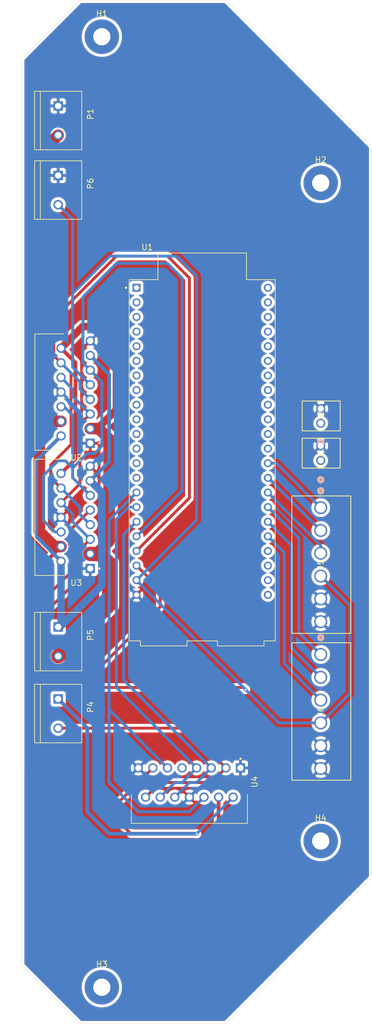
<source format=kicad_pcb>
(kicad_pcb (version 20241229) (generator "pcbnew") (generator_version "9.0")
  (layers (0 "F.Cu" signal) (2 "B.Cu" signal) (13 "F.Paste" user) (15 "B.Paste" user) (5 "F.SilkS" user "F.Silkscreen") (7 "B.SilkS" user "B.Silkscreen") (1 "F.Mask" user) (3 "B.Mask" user) (25 "Edge.Cuts" user))
  (net 0 "")
  (net 1 "Net-(U1-GPIO37)")
  (net 6 "Net-(U1-GPIO38)")
  (net 8 "Net-(U1-GPIO34)")
  (net 9 "Net-(U1-GPIO36)")
  (net 13 "Net-(U1-GPIO35)")
  (net 14 "+5V")
  (net 18 "Net-(U1-GPIO26)")
  (net 26 "Net-(U1-GPIO33)")
  (net 37 "Net-(U1-GPIO18)")
  (net 38 "Net-(U1-GPIO15)")
  (net 39 "Net-(U1-GPIO16)")
  (net 40 "Net-(U1-GPIO17)")
  (net 41 "Net-(U1-GPIO14)")
  (net 42 "Net-(U1-GPIO13)")
  (net 43 "<NO NET>")
  (net 44 "Net-(U1-GPIO21)")
  (net 45 "+12V")
  (net 46 "Net-(U2-OUT1)")
  (net 47 "Net-(U2-OUT2)")
  (net 48 "Net-(U4-OUT1)")
  (net 49 "Net-(U4-OUT2)")
  (footprint "Molex 6 pin - 26604060:CONN_SDA-41791_M450_06_MOL" (layer "F.Cu") (at 76.2 107.200002 90)
    (property "Reference" "J5" (at -9.9 0 90) (layer "F.SilkS"))
    (property "Value" "Encoder1")
    (fp_line (start 2.038 -5.027001) (end -21.838 -5.027001) (stroke (width 0.1524)) (layer "F.SilkS"))
    (fp_line (start -21.838 -5.027001) (end -21.838 5.234599) (stroke (width 0.1524)) (layer "F.SilkS"))
    (fp_line (start 2.038 5.234599) (end 2.038 -5.027001) (stroke (width 0.1524)) (layer "F.SilkS"))
    (fp_line (start -21.838 5.234599) (end 2.038 5.234599) (stroke (width 0.1524)) (layer "F.SilkS"))
    (fp_circle (center 2.927 0) (end 3.308 0) (stroke (width 0.508)) (fill no) (layer "F.SilkS"))
    (fp_circle (center 2.927 0) (end 3.308 0) (stroke (width 0.508)) (fill no) (layer "B.SilkS"))
    (pad "1" thru_hole circle (at 0 0 90) (size 2.2606 2.2606) (drill 1.7526) (layers "*.Cu" "*.Mask") (net 9 "Net-(U1-GPIO36)"))
    (pad "2" thru_hole circle (at -3.96 0 90) (size 2.2606 2.2606) (drill 1.7526) (layers "*.Cu" "*.Mask") (net 13 "Net-(U1-GPIO35)"))
    (pad "3" thru_hole circle (at -7.919999 0 90) (size 2.2606 2.2606) (drill 1.7526) (layers "*.Cu" "*.Mask") (net 8 "Net-(U1-GPIO34)"))
    (pad "4" thru_hole circle (at -11.879999 0 90) (size 2.2606 2.2606) (drill 1.7526) (layers "*.Cu" "*.Mask") (net 14 "+5V"))
    (pad "5" thru_hole circle (at -15.839999 0 90) (size 2.2606 2.2606) (drill 1.7526) (layers "*.Cu" "*.Mask") (net 43 "<NO NET>"))
    (pad "6" thru_hole circle (at -19.799998 0 90) (size 2.2606 2.2606) (drill 1.7526) (layers "*.Cu" "*.Mask") (net 43 "<NO NET>"))
  )
  (footprint "L298N:TO127P2020X500X2100-15" (layer "F.Cu") (at 36.08 96.01 180)
    (property "Reference" "U2" (at 2.425 -2.495 0) (layer "F.SilkS"))
    (property "Value" "L298N")
    (fp_line (start 9.63 18.99) (end 9.63 -1.21) (stroke (width 0.127)) (layer "F.SilkS"))
    (fp_line (start 9.63 -1.21) (end 4.63 -1.21) (stroke (width 0.127)) (layer "F.SilkS"))
    (fp_line (start 4.63 18.99) (end 9.63 18.99) (stroke (width 0.127)) (layer "F.SilkS"))
    (fp_circle (center -1.59 0) (end -1.49 0) (stroke (width 0.2)) (fill no) (layer "F.SilkS"))
    (pad "1" thru_hole rect (at 0 0 180) (size 1.62 1.62) (drill 1.08) (layers "*.Cu" "*.Mask") (net 43 "<NO NET>"))
    (pad "2" thru_hole circle (at 5.08 1.27 180) (size 1.62 1.62) (drill 1.08) (layers "*.Cu" "*.Mask") (net 46 "Net-(U2-OUT1)"))
    (pad "3" thru_hole circle (at 0 2.54 180) (size 1.62 1.62) (drill 1.08) (layers "*.Cu" "*.Mask") (net 47 "Net-(U2-OUT2)"))
    (pad "4" thru_hole circle (at 5.08 3.81 180) (size 1.62 1.62) (drill 1.08) (layers "*.Cu" "*.Mask") (net 45 "+12V"))
    (pad "5" thru_hole circle (at 0 5.08 180) (size 1.62 1.62) (drill 1.08) (layers "*.Cu" "*.Mask") (net 37 "Net-(U1-GPIO18)"))
    (pad "6" thru_hole circle (at 5.08 6.35 180) (size 1.62 1.62) (drill 1.08) (layers "*.Cu" "*.Mask") (net 39 "Net-(U1-GPIO16)"))
    (pad "7" thru_hole circle (at 0 7.62 180) (size 1.62 1.62) (drill 1.08) (layers "*.Cu" "*.Mask") (net 40 "Net-(U1-GPIO17)"))
    (pad "8" thru_hole circle (at 5.08 8.89 180) (size 1.62 1.62) (drill 1.08) (layers "*.Cu" "*.Mask") (net 43 "<NO NET>"))
    (pad "9" thru_hole circle (at 0 10.16 180) (size 1.62 1.62) (drill 1.08) (layers "*.Cu" "*.Mask") (net 14 "+5V"))
    (pad "10" thru_hole circle (at 5.08 11.43 180) (size 1.62 1.62) (drill 1.08) (layers "*.Cu" "*.Mask") (net 37 "Net-(U1-GPIO18)"))
    (pad "11" thru_hole circle (at 0 12.7 180) (size 1.62 1.62) (drill 1.08) (layers "*.Cu" "*.Mask") (net 39 "Net-(U1-GPIO16)"))
    (pad "12" thru_hole circle (at 5.08 13.97 180) (size 1.62 1.62) (drill 1.08) (layers "*.Cu" "*.Mask") (net 40 "Net-(U1-GPIO17)"))
    (pad "13" thru_hole circle (at 0 15.24 180) (size 1.62 1.62) (drill 1.08) (layers "*.Cu" "*.Mask") (net 46 "Net-(U2-OUT1)"))
    (pad "14" thru_hole circle (at 5.08 16.51 180) (size 1.62 1.62) (drill 1.08) (layers "*.Cu" "*.Mask") (net 47 "Net-(U2-OUT2)"))
    (pad "15" thru_hole circle (at 0 17.78 180) (size 1.62 1.62) (drill 1.08) (layers "*.Cu" "*.Mask") (net 43 "<NO NET>"))
  )
  (footprint "Molex 6 pin - 26604060:CONN_SDA-41791_M450_06_MOL" (layer "F.Cu") (at 76.2 132.700002 90)
    (property "Reference" "J6" (at -9.9 0 90) (layer "F.SilkS"))
    (property "Value" "Encoder2")
    (fp_line (start 2.038 -5.027001) (end -21.838 -5.027001) (stroke (width 0.1524)) (layer "F.SilkS"))
    (fp_line (start -21.838 -5.027001) (end -21.838 5.234599) (stroke (width 0.1524)) (layer "F.SilkS"))
    (fp_line (start 2.038 5.234599) (end 2.038 -5.027001) (stroke (width 0.1524)) (layer "F.SilkS"))
    (fp_line (start -21.838 5.234599) (end 2.038 5.234599) (stroke (width 0.1524)) (layer "F.SilkS"))
    (fp_circle (center 2.927 0) (end 3.308 0) (stroke (width 0.508)) (fill no) (layer "F.SilkS"))
    (fp_circle (center 2.927 0) (end 3.308 0) (stroke (width 0.508)) (fill no) (layer "B.SilkS"))
    (pad "1" thru_hole circle (at 0 0 90) (size 2.2606 2.2606) (drill 1.7526) (layers "*.Cu" "*.Mask") (net 26 "Net-(U1-GPIO33)"))
    (pad "2" thru_hole circle (at -3.96 0 90) (size 2.2606 2.2606) (drill 1.7526) (layers "*.Cu" "*.Mask") (net 18 "Net-(U1-GPIO26)"))
    (pad "3" thru_hole circle (at -7.919999 0 90) (size 2.2606 2.2606) (drill 1.7526) (layers "*.Cu" "*.Mask") (net 44 "Net-(U1-GPIO21)"))
    (pad "4" thru_hole circle (at -11.879999 0 90) (size 2.2606 2.2606) (drill 1.7526) (layers "*.Cu" "*.Mask") (net 14 "+5V"))
    (pad "5" thru_hole circle (at -15.839999 0 90) (size 2.2606 2.2606) (drill 1.7526) (layers "*.Cu" "*.Mask") (net 43 "<NO NET>"))
    (pad "6" thru_hole circle (at -19.799998 0 90) (size 2.2606 2.2606) (drill 1.7526) (layers "*.Cu" "*.Mask") (net 43 "<NO NET>"))
  )
  (footprint "MountingHole:MountingHole_3mm_Pad" (layer "F.Cu") (at 38.1 190.5)
    (property "Reference" "H3" (at 0 -4 0) (layer "F.SilkS"))
    (property "Value" "MountingHole")
    (pad "1" thru_hole circle (at 0 0) (size 6 6) (drill 3) (layers "*.Cu" "*.Mask"))
  )
  (footprint "screw terminal 282837_2:TE_282837-2" (layer "F.Cu") (at 30.5 39.96 -90)
    (property "Reference" "P1" (at -1.127255 -5.614945 90) (layer "F.SilkS") (effects (font (size 1.002039 1.002039))))
    (property "Value" "Volt supply")
    (fp_line (start -5.08 4.1) (end -5.08 3.1) (stroke (width 0.127)) (layer "F.SilkS"))
    (fp_line (start 5.08 4.1) (end -5.08 4.1) (stroke (width 0.127)) (layer "F.SilkS"))
    (fp_line (start -5.08 3.1) (end 5.08 3.1) (stroke (width 0.127)) (layer "F.SilkS"))
    (fp_line (start -5.08 3.1) (end -5.08 -4.1) (stroke (width 0.127)) (layer "F.SilkS"))
    (fp_line (start 5.08 3.1) (end 5.08 4.1) (stroke (width 0.127)) (layer "F.SilkS"))
    (fp_line (start -5.08 -4.1) (end 5.08 -4.1) (stroke (width 0.127)) (layer "F.SilkS"))
    (fp_line (start 5.08 -4.1) (end 5.08 3.1) (stroke (width 0.127)) (layer "F.SilkS"))
    (pad "1" thru_hole rect (at -2.54 0 270) (size 1.65 1.65) (drill 1.1) (layers "*.Cu" "*.Mask") (net 43 "<NO NET>"))
    (pad "2" thru_hole circle (at 2.54 0 270) (size 1.65 1.65) (drill 1.1) (layers "*.Cu" "*.Mask") (net 45 "+12V"))
  )
  (footprint "screw terminal 282837_2:TE_282837-2" (layer "F.Cu") (at 30.5 130.46 -90)
    (property "Reference" "P5" (at -1.127255 -5.614945 90) (layer "F.SilkS") (effects (font (size 1.002039 1.002039))))
    (property "Value" "Motor out1")
    (fp_line (start -5.08 4.1) (end -5.08 3.1) (stroke (width 0.127)) (layer "F.SilkS"))
    (fp_line (start 5.08 4.1) (end -5.08 4.1) (stroke (width 0.127)) (layer "F.SilkS"))
    (fp_line (start -5.08 3.1) (end 5.08 3.1) (stroke (width 0.127)) (layer "F.SilkS"))
    (fp_line (start -5.08 3.1) (end -5.08 -4.1) (stroke (width 0.127)) (layer "F.SilkS"))
    (fp_line (start 5.08 3.1) (end 5.08 4.1) (stroke (width 0.127)) (layer "F.SilkS"))
    (fp_line (start -5.08 -4.1) (end 5.08 -4.1) (stroke (width 0.127)) (layer "F.SilkS"))
    (fp_line (start 5.08 -4.1) (end 5.08 3.1) (stroke (width 0.127)) (layer "F.SilkS"))
    (pad "1" thru_hole rect (at -2.54 0 270) (size 1.65 1.65) (drill 1.1) (layers "*.Cu" "*.Mask") (net 46 "Net-(U2-OUT1)"))
    (pad "2" thru_hole circle (at 2.54 0 270) (size 1.65 1.65) (drill 1.1) (layers "*.Cu" "*.Mask") (net 47 "Net-(U2-OUT2)"))
  )
  (footprint "L298N:TO127P2020X500X2100-15" (layer "F.Cu") (at 36.08 117.77 180)
    (property "Reference" "U3" (at 2.425 -2.495 0) (layer "F.SilkS"))
    (property "Value" "L298N")
    (fp_line (start 9.63 18.99) (end 9.63 -1.21) (stroke (width 0.127)) (layer "F.SilkS"))
    (fp_line (start 9.63 -1.21) (end 4.63 -1.21) (stroke (width 0.127)) (layer "F.SilkS"))
    (fp_line (start 4.63 18.99) (end 9.63 18.99) (stroke (width 0.127)) (layer "F.SilkS"))
    (fp_circle (center -1.59 0) (end -1.49 0) (stroke (width 0.2)) (fill no) (layer "F.SilkS"))
    (pad "1" thru_hole rect (at 0 0 180) (size 1.62 1.62) (drill 1.08) (layers "*.Cu" "*.Mask") (net 43 "<NO NET>"))
    (pad "2" thru_hole circle (at 5.08 1.27 180) (size 1.62 1.62) (drill 1.08) (layers "*.Cu" "*.Mask") (net 46 "Net-(U2-OUT1)"))
    (pad "3" thru_hole circle (at 0 2.54 180) (size 1.62 1.62) (drill 1.08) (layers "*.Cu" "*.Mask") (net 47 "Net-(U2-OUT2)"))
    (pad "4" thru_hole circle (at 5.08 3.81 180) (size 1.62 1.62) (drill 1.08) (layers "*.Cu" "*.Mask") (net 45 "+12V"))
    (pad "5" thru_hole circle (at 0 5.08 180) (size 1.62 1.62) (drill 1.08) (layers "*.Cu" "*.Mask") (net 37 "Net-(U1-GPIO18)"))
    (pad "6" thru_hole circle (at 5.08 6.35 180) (size 1.62 1.62) (drill 1.08) (layers "*.Cu" "*.Mask") (net 39 "Net-(U1-GPIO16)"))
    (pad "7" thru_hole circle (at 0 7.62 180) (size 1.62 1.62) (drill 1.08) (layers "*.Cu" "*.Mask") (net 40 "Net-(U1-GPIO17)"))
    (pad "8" thru_hole circle (at 5.08 8.89 180) (size 1.62 1.62) (drill 1.08) (layers "*.Cu" "*.Mask") (net 43 "<NO NET>"))
    (pad "9" thru_hole circle (at 0 10.16 180) (size 1.62 1.62) (drill 1.08) (layers "*.Cu" "*.Mask") (net 14 "+5V"))
    (pad "10" thru_hole circle (at 5.08 11.43 180) (size 1.62 1.62) (drill 1.08) (layers "*.Cu" "*.Mask") (net 37 "Net-(U1-GPIO18)"))
    (pad "11" thru_hole circle (at 0 12.7 180) (size 1.62 1.62) (drill 1.08) (layers "*.Cu" "*.Mask") (net 39 "Net-(U1-GPIO16)"))
    (pad "12" thru_hole circle (at 5.08 13.97 180) (size 1.62 1.62) (drill 1.08) (layers "*.Cu" "*.Mask") (net 40 "Net-(U1-GPIO17)"))
    (pad "13" thru_hole circle (at 0 15.24 180) (size 1.62 1.62) (drill 1.08) (layers "*.Cu" "*.Mask") (net 46 "Net-(U2-OUT1)"))
    (pad "14" thru_hole circle (at 5.08 16.51 180) (size 1.62 1.62) (drill 1.08) (layers "*.Cu" "*.Mask") (net 47 "Net-(U2-OUT2)"))
    (pad "15" thru_hole circle (at 0 17.78 180) (size 1.62 1.62) (drill 1.08) (layers "*.Cu" "*.Mask") (net 43 "<NO NET>"))
  )
  (footprint "ESP32_S3_DEVKITM_1_N8:MODULE_ESP32-S3-DEVKITM-1-N8" (layer "F.Cu") (at 55.57 98.97)
    (property "Reference" "U1" (at -9.575 -37.015 0) (layer "F.SilkS"))
    (property "Value" "ESP32-S3-DEVKITM-1-N8")
    (fp_line (start -12.7 -31.37) (end -7.7 -31.37) (stroke (width 0.127)) (layer "F.SilkS"))
    (fp_line (start -12.7 31.37) (end -12.7 -31.37) (stroke (width 0.127)) (layer "F.SilkS"))
    (fp_line (start -10.75 31.37) (end -12.7 31.37) (stroke (width 0.127)) (layer "F.SilkS"))
    (fp_line (start -10.75 31.37) (end -10.75 32.24) (stroke (width 0.127)) (layer "F.SilkS"))
    (fp_line (start -10.75 32.24) (end -2.65 32.24) (stroke (width 0.127)) (layer "F.SilkS"))
    (fp_line (start -7.7 -36.003) (end 7.7 -36.003) (stroke (width 0.127)) (layer "F.SilkS"))
    (fp_line (start -7.7 -31.37) (end -7.7 -36.003) (stroke (width 0.127)) (layer "F.SilkS"))
    (fp_line (start -2.65 32.24) (end -2.65 31.37) (stroke (width 0.127)) (layer "F.SilkS"))
    (fp_line (start 2.65 31.37) (end -2.65 31.37) (stroke (width 0.127)) (layer "F.SilkS"))
    (fp_line (start 2.65 31.37) (end 2.65 32.24) (stroke (width 0.127)) (layer "F.SilkS"))
    (fp_line (start 2.65 32.24) (end 10.75 32.24) (stroke (width 0.127)) (layer "F.SilkS"))
    (fp_line (start 7.7 -36.003) (end 7.7 -31.37) (stroke (width 0.127)) (layer "F.SilkS"))
    (fp_line (start 7.7 -31.37) (end 12.7 -31.37) (stroke (width 0.127)) (layer "F.SilkS"))
    (fp_line (start 10.75 32.24) (end 10.75 31.37) (stroke (width 0.127)) (layer "F.SilkS"))
    (fp_line (start 12.7 -31.37) (end 12.7 31.37) (stroke (width 0.127)) (layer "F.SilkS"))
    (fp_line (start 12.7 31.37) (end 10.75 31.37) (stroke (width 0.127)) (layer "F.SilkS"))
    (fp_circle (center -13.25 -29.97) (end -13.15 -29.97) (stroke (width 0.2)) (fill no) (layer "F.SilkS"))
    (pad "J1_1" thru_hole rect (at -11.43 -29.97) (size 1.397 1.397) (drill 0.889) (layers "*.Cu" "*.Mask"))
    (pad "J1_2" thru_hole circle (at -11.43 -27.43) (size 1.397 1.397) (drill 0.889) (layers "*.Cu" "*.Mask"))
    (pad "J1_3" thru_hole circle (at -11.43 -24.89) (size 1.397 1.397) (drill 0.889) (layers "*.Cu" "*.Mask"))
    (pad "J1_4" thru_hole circle (at -11.43 -22.35) (size 1.397 1.397) (drill 0.889) (layers "*.Cu" "*.Mask"))
    (pad "J1_5" thru_hole circle (at -11.43 -19.81) (size 1.397 1.397) (drill 0.889) (layers "*.Cu" "*.Mask"))
    (pad "J1_6" thru_hole circle (at -11.43 -17.27) (size 1.397 1.397) (drill 0.889) (layers "*.Cu" "*.Mask"))
    (pad "J1_7" thru_hole circle (at -11.43 -14.73) (size 1.397 1.397) (drill 0.889) (layers "*.Cu" "*.Mask"))
    (pad "J1_8" thru_hole circle (at -11.43 -12.19) (size 1.397 1.397) (drill 0.889) (layers "*.Cu" "*.Mask"))
    (pad "J1_9" thru_hole circle (at -11.43 -9.65) (size 1.397 1.397) (drill 0.889) (layers "*.Cu" "*.Mask"))
    (pad "J1_10" thru_hole circle (at -11.43 -7.11) (size 1.397 1.397) (drill 0.889) (layers "*.Cu" "*.Mask"))
    (pad "J1_11" thru_hole circle (at -11.43 -4.57) (size 1.397 1.397) (drill 0.889) (layers "*.Cu" "*.Mask"))
    (pad "J1_12" thru_hole circle (at -11.43 -2.03) (size 1.397 1.397) (drill 0.889) (layers "*.Cu" "*.Mask"))
    (pad "J1_13" thru_hole circle (at -11.43 0.51) (size 1.397 1.397) (drill 0.889) (layers "*.Cu" "*.Mask"))
    (pad "J1_14" thru_hole circle (at -11.43 3.05) (size 1.397 1.397) (drill 0.889) (layers "*.Cu" "*.Mask"))
    (pad "J1_15" thru_hole circle (at -11.43 5.59) (size 1.397 1.397) (drill 0.889) (layers "*.Cu" "*.Mask") (net 42 "Net-(U1-GPIO13)"))
    (pad "J1_16" thru_hole circle (at -11.43 8.13) (size 1.397 1.397) (drill 0.889) (layers "*.Cu" "*.Mask") (net 41 "Net-(U1-GPIO14)"))
    (pad "J1_17" thru_hole circle (at -11.43 10.67) (size 1.397 1.397) (drill 0.889) (layers "*.Cu" "*.Mask") (net 38 "Net-(U1-GPIO15)"))
    (pad "J1_18" thru_hole circle (at -11.43 13.21) (size 1.397 1.397) (drill 0.889) (layers "*.Cu" "*.Mask") (net 39 "Net-(U1-GPIO16)"))
    (pad "J1_19" thru_hole circle (at -11.43 15.75) (size 1.397 1.397) (drill 0.889) (layers "*.Cu" "*.Mask") (net 40 "Net-(U1-GPIO17)"))
    (pad "J1_20" thru_hole circle (at -11.43 18.29) (size 1.397 1.397) (drill 0.889) (layers "*.Cu" "*.Mask") (net 37 "Net-(U1-GPIO18)"))
    (pad "J1_21" thru_hole circle (at -11.43 20.83) (size 1.397 1.397) (drill 0.889) (layers "*.Cu" "*.Mask") (net 14 "+5V"))
    (pad "J1_22" thru_hole circle (at -11.43 23.37) (size 1.397 1.397) (drill 0.889) (layers "*.Cu" "*.Mask") (net 43 "<NO NET>"))
    (pad "J3_1" thru_hole circle (at 11.43 -29.97) (size 1.397 1.397) (drill 0.889) (layers "*.Cu" "*.Mask"))
    (pad "J3_2" thru_hole circle (at 11.43 -27.43) (size 1.397 1.397) (drill 0.889) (layers "*.Cu" "*.Mask"))
    (pad "J3_3" thru_hole circle (at 11.43 -24.89) (size 1.397 1.397) (drill 0.889) (layers "*.Cu" "*.Mask"))
    (pad "J3_4" thru_hole circle (at 11.43 -22.35) (size 1.397 1.397) (drill 0.889) (layers "*.Cu" "*.Mask"))
    (pad "J3_5" thru_hole circle (at 11.43 -19.81) (size 1.397 1.397) (drill 0.889) (layers "*.Cu" "*.Mask"))
    (pad "J3_6" thru_hole circle (at 11.43 -17.27) (size 1.397 1.397) (drill 0.889) (layers "*.Cu" "*.Mask"))
    (pad "J3_7" thru_hole circle (at 11.43 -14.73) (size 1.397 1.397) (drill 0.889) (layers "*.Cu" "*.Mask"))
    (pad "J3_8" thru_hole circle (at 11.43 -12.19) (size 1.397 1.397) (drill 0.889) (layers "*.Cu" "*.Mask"))
    (pad "J3_9" thru_hole circle (at 11.43 -9.65) (size 1.397 1.397) (drill 0.889) (layers "*.Cu" "*.Mask"))
    (pad "J3_10" thru_hole circle (at 11.43 -7.11) (size 1.397 1.397) (drill 0.889) (layers "*.Cu" "*.Mask"))
    (pad "J3_11" thru_hole circle (at 11.43 -4.57) (size 1.397 1.397) (drill 0.889) (layers "*.Cu" "*.Mask") (net 6 "Net-(U1-GPIO38)"))
    (pad "J3_12" thru_hole circle (at 11.43 -2.03) (size 1.397 1.397) (drill 0.889) (layers "*.Cu" "*.Mask") (net 1 "Net-(U1-GPIO37)"))
    (pad "J3_13" thru_hole circle (at 11.43 0.51) (size 1.397 1.397) (drill 0.889) (layers "*.Cu" "*.Mask") (net 9 "Net-(U1-GPIO36)"))
    (pad "J3_14" thru_hole circle (at 11.43 3.05) (size 1.397 1.397) (drill 0.889) (layers "*.Cu" "*.Mask") (net 13 "Net-(U1-GPIO35)"))
    (pad "J3_15" thru_hole circle (at 11.43 5.59) (size 1.397 1.397) (drill 0.889) (layers "*.Cu" "*.Mask") (net 8 "Net-(U1-GPIO34)"))
    (pad "J3_16" thru_hole circle (at 11.43 8.13) (size 1.397 1.397) (drill 0.889) (layers "*.Cu" "*.Mask") (net 26 "Net-(U1-GPIO33)"))
    (pad "J3_17" thru_hole circle (at 11.43 10.67) (size 1.397 1.397) (drill 0.889) (layers "*.Cu" "*.Mask") (net 18 "Net-(U1-GPIO26)"))
    (pad "J3_18" thru_hole circle (at 11.43 13.21) (size 1.397 1.397) (drill 0.889) (layers "*.Cu" "*.Mask") (net 44 "Net-(U1-GPIO21)"))
    (pad "J3_19" thru_hole circle (at 11.43 15.75) (size 1.397 1.397) (drill 0.889) (layers "*.Cu" "*.Mask"))
    (pad "J3_20" thru_hole circle (at 11.43 18.29) (size 1.397 1.397) (drill 0.889) (layers "*.Cu" "*.Mask"))
    (pad "J3_21" thru_hole circle (at 11.43 20.83) (size 1.397 1.397) (drill 0.889) (layers "*.Cu" "*.Mask"))
    (pad "J3_22" thru_hole circle (at 11.43 23.37) (size 1.397 1.397) (drill 0.889) (layers "*.Cu" "*.Mask"))
  )
  (footprint "MountingHole:MountingHole_3mm_Pad" (layer "F.Cu") (at 76.2 165.1)
    (property "Reference" "H4" (at 0 -4 0) (layer "F.SilkS"))
    (property "Value" "MountingHole")
    (pad "1" thru_hole circle (at 0 0) (size 6 6) (drill 3) (layers "*.Cu" "*.Mask"))
  )
  (footprint "MountingHole:MountingHole_3mm_Pad" (layer "F.Cu") (at 76.2 50.8)
    (property "Reference" "H2" (at 0 -4 0) (layer "F.SilkS"))
    (property "Value" "MountingHole")
    (pad "1" thru_hole circle (at 0 0) (size 6 6) (drill 3) (layers "*.Cu" "*.Mask"))
  )
  (footprint "screw terminal 282837_2:TE_282837-2" (layer "F.Cu") (at 30.5 52.04 -90)
    (property "Reference" "P6" (at -1.127255 -5.614945 90) (layer "F.SilkS") (effects (font (size 1.002039 1.002039))))
    (property "Value" "Power in")
    (fp_line (start -5.08 4.1) (end -5.08 3.1) (stroke (width 0.127)) (layer "F.SilkS"))
    (fp_line (start 5.08 4.1) (end -5.08 4.1) (stroke (width 0.127)) (layer "F.SilkS"))
    (fp_line (start -5.08 3.1) (end 5.08 3.1) (stroke (width 0.127)) (layer "F.SilkS"))
    (fp_line (start -5.08 3.1) (end -5.08 -4.1) (stroke (width 0.127)) (layer "F.SilkS"))
    (fp_line (start 5.08 3.1) (end 5.08 4.1) (stroke (width 0.127)) (layer "F.SilkS"))
    (fp_line (start -5.08 -4.1) (end 5.08 -4.1) (stroke (width 0.127)) (layer "F.SilkS"))
    (fp_line (start 5.08 -4.1) (end 5.08 3.1) (stroke (width 0.127)) (layer "F.SilkS"))
    (pad "1" thru_hole rect (at -2.54 0 270) (size 1.65 1.65) (drill 1.1) (layers "*.Cu" "*.Mask") (net 43 "<NO NET>"))
    (pad "2" thru_hole circle (at 2.54 0 270) (size 1.65 1.65) (drill 1.1) (layers "*.Cu" "*.Mask") (net 14 "+5V"))
  )
  (footprint "L298N:TO127P2020X500X2100-15" (layer "F.Cu") (at 62.23 152.4 -90)
    (property "Reference" "U4" (at 2.425 -2.495 90) (layer "F.SilkS"))
    (property "Value" "L298N")
    (fp_line (start 4.63 18.99) (end 9.63 18.99) (stroke (width 0.127)) (layer "F.SilkS"))
    (fp_line (start 9.63 18.99) (end 9.63 -1.21) (stroke (width 0.127)) (layer "F.SilkS"))
    (fp_line (start 9.63 -1.21) (end 4.63 -1.21) (stroke (width 0.127)) (layer "F.SilkS"))
    (fp_circle (center -1.59 0) (end -1.49 0) (stroke (width 0.2)) (fill no) (layer "F.SilkS"))
    (pad "1" thru_hole rect (at 0 0 270) (size 1.62 1.62) (drill 1.08) (layers "*.Cu" "*.Mask") (net 43 "<NO NET>"))
    (pad "2" thru_hole circle (at 5.08 1.27 270) (size 1.62 1.62) (drill 1.08) (layers "*.Cu" "*.Mask") (net 48 "Net-(U4-OUT1)"))
    (pad "3" thru_hole circle (at 0 2.54 270) (size 1.62 1.62) (drill 1.08) (layers "*.Cu" "*.Mask") (net 49 "Net-(U4-OUT2)"))
    (pad "4" thru_hole circle (at 5.08 3.81 270) (size 1.62 1.62) (drill 1.08) (layers "*.Cu" "*.Mask") (net 45 "+12V"))
    (pad "5" thru_hole circle (at 0 5.08 270) (size 1.62 1.62) (drill 1.08) (layers "*.Cu" "*.Mask") (net 38 "Net-(U1-GPIO15)"))
    (pad "6" thru_hole circle (at 5.08 6.35 270) (size 1.62 1.62) (drill 1.08) (layers "*.Cu" "*.Mask") (net 42 "Net-(U1-GPIO13)"))
    (pad "7" thru_hole circle (at 0 7.62 270) (size 1.62 1.62) (drill 1.08) (layers "*.Cu" "*.Mask") (net 41 "Net-(U1-GPIO14)"))
    (pad "8" thru_hole circle (at 5.08 8.89 270) (size 1.62 1.62) (drill 1.08) (layers "*.Cu" "*.Mask") (net 43 "<NO NET>"))
    (pad "9" thru_hole circle (at 0 10.16 270) (size 1.62 1.62) (drill 1.08) (layers "*.Cu" "*.Mask"))
    (pad "10" thru_hole circle (at 5.08 11.43 270) (size 1.62 1.62) (drill 1.08) (layers "*.Cu" "*.Mask") (net 38 "Net-(U1-GPIO15)"))
    (pad "11" thru_hole circle (at 0 12.7 270) (size 1.62 1.62) (drill 1.08) (layers "*.Cu" "*.Mask") (net 42 "Net-(U1-GPIO13)"))
    (pad "12" thru_hole circle (at 5.08 13.97 270) (size 1.62 1.62) (drill 1.08) (layers "*.Cu" "*.Mask") (net 41 "Net-(U1-GPIO14)"))
    (pad "13" thru_hole circle (at 0 15.24 270) (size 1.62 1.62) (drill 1.08) (layers "*.Cu" "*.Mask") (net 48 "Net-(U4-OUT1)"))
    (pad "14" thru_hole circle (at 5.08 16.51 270) (size 1.62 1.62) (drill 1.08) (layers "*.Cu" "*.Mask") (net 49 "Net-(U4-OUT2)"))
    (pad "15" thru_hole circle (at 0 17.78 270) (size 1.62 1.62) (drill 1.08) (layers "*.Cu" "*.Mask") (net 43 "<NO NET>"))
  )
  (footprint "screw terminal 282837_2:TE_282837-2" (layer "F.Cu") (at 30.5 142.96 -90)
    (property "Reference" "P4" (at -1.127255 -5.614945 90) (layer "F.SilkS") (effects (font (size 1.002039 1.002039))))
    (property "Value" "Motor out2")
    (fp_line (start -5.08 4.1) (end -5.08 3.1) (stroke (width 0.127)) (layer "F.SilkS"))
    (fp_line (start 5.08 4.1) (end -5.08 4.1) (stroke (width 0.127)) (layer "F.SilkS"))
    (fp_line (start -5.08 3.1) (end 5.08 3.1) (stroke (width 0.127)) (layer "F.SilkS"))
    (fp_line (start -5.08 3.1) (end -5.08 -4.1) (stroke (width 0.127)) (layer "F.SilkS"))
    (fp_line (start 5.08 3.1) (end 5.08 4.1) (stroke (width 0.127)) (layer "F.SilkS"))
    (fp_line (start -5.08 -4.1) (end 5.08 -4.1) (stroke (width 0.127)) (layer "F.SilkS"))
    (fp_line (start 5.08 -4.1) (end 5.08 3.1) (stroke (width 0.127)) (layer "F.SilkS"))
    (pad "1" thru_hole rect (at -2.54 0 270) (size 1.65 1.65) (drill 1.1) (layers "*.Cu" "*.Mask") (net 48 "Net-(U4-OUT1)"))
    (pad "2" thru_hole circle (at 2.54 0 270) (size 1.65 1.65) (drill 1.1) (layers "*.Cu" "*.Mask") (net 49 "Net-(U4-OUT2)"))
  )
  (footprint "Molex 2 pin - 22232021:CONN_A-6373-02A_MOL" (layer "F.Cu") (at 76.2 92.54 90)
    (property "Reference" "J2" (at 1.27 0 90) (layer "F.SilkS"))
    (property "Value" "Button in1")
    (fp_line (start 3.8608 -3.226999) (end -1.3208 -3.226999) (stroke (width 0.1524)) (layer "F.SilkS"))
    (fp_line (start -1.3208 -3.226999) (end -1.3208 3.377001) (stroke (width 0.1524)) (layer "F.SilkS"))
    (fp_line (start 3.8608 3.377001) (end 3.8608 -3.226999) (stroke (width 0.1524)) (layer "F.SilkS"))
    (fp_line (start -1.3208 3.377001) (end 3.8608 3.377001) (stroke (width 0.1524)) (layer "F.SilkS"))
    (fp_circle (center -3.3528 0) (end -2.9718 0) (stroke (width 0.508)) (fill no) (layer "F.SilkS"))
    (fp_circle (center -3.3528 0) (end -2.9718 0) (stroke (width 0.508)) (fill no) (layer "B.SilkS"))
    (pad "1" thru_hole circle (at 0 0 90) (size 1.5748 1.5748) (drill 1.0668) (layers "*.Cu" "*.Mask") (net 6 "Net-(U1-GPIO38)"))
    (pad "2" thru_hole circle (at 2.54 0 90) (size 1.5748 1.5748) (drill 1.0668) (layers "*.Cu" "*.Mask") (net 43 "<NO NET>"))
  )
  (footprint "MountingHole:MountingHole_3mm_Pad" (layer "F.Cu") (at 38.1 25.4)
    (property "Reference" "H1" (at 0 -4 0) (layer "F.SilkS"))
    (property "Value" "MountingHole")
    (pad "1" thru_hole circle (at 0 0) (size 6 6) (drill 3) (layers "*.Cu" "*.Mask"))
  )
  (footprint "Molex 2 pin - 22232021:CONN_A-6373-02A_MOL" (layer "F.Cu") (at 76.2 99 90)
    (property "Reference" "J1" (at 1.27 0 90) (layer "F.SilkS"))
    (property "Value" "Button in2")
    (fp_line (start 3.8608 -3.226999) (end -1.3208 -3.226999) (stroke (width 0.1524)) (layer "F.SilkS"))
    (fp_line (start -1.3208 -3.226999) (end -1.3208 3.377001) (stroke (width 0.1524)) (layer "F.SilkS"))
    (fp_line (start 3.8608 3.377001) (end 3.8608 -3.226999) (stroke (width 0.1524)) (layer "F.SilkS"))
    (fp_line (start -1.3208 3.377001) (end 3.8608 3.377001) (stroke (width 0.1524)) (layer "F.SilkS"))
    (fp_circle (center -3.3528 0) (end -2.9718 0) (stroke (width 0.508)) (fill no) (layer "F.SilkS"))
    (fp_circle (center -3.3528 0) (end -2.9718 0) (stroke (width 0.508)) (fill no) (layer "B.SilkS"))
    (pad "1" thru_hole circle (at 0 0 90) (size 1.5748 1.5748) (drill 1.0668) (layers "*.Cu" "*.Mask") (net 1 "Net-(U1-GPIO37)"))
    (pad "2" thru_hole circle (at 2.54 0 90) (size 1.5748 1.5748) (drill 1.0668) (layers "*.Cu" "*.Mask") (net 43 "<NO NET>"))
  )
  (gr_poly (pts (xy 34.29 19.05) (xy 59.69 19.05) (xy 85.09 44.45) (xy 85.09 171.45) (xy 59.69 196.85) (xy 34.29 196.85) (xy 24.13 186.69) (xy 24.13 29.21)) (stroke (width 0.05)) (fill no) (layer "Edge.Cuts"))
  (segment (start 76.2 113.76) (end 67 104.56) (width 0.5) (layer "B.Cu") (net 8))
  (segment (start 76.2 115.120001) (end 76.2 113.76) (width 0.5) (layer "B.Cu") (net 8))
  (segment (start 76.2 107.200002) (end 68.479998 99.48) (width 0.5) (layer "B.Cu") (net 9))
  (segment (start 68.479998 99.48) (end 67 99.48) (width 0.5) (layer "B.Cu") (net 9))
  (segment (start 67.059998 102.02) (end 67 102.02) (width 0.5) (layer "B.Cu") (net 13))
  (segment (start 76.2 111.160002) (end 67.059998 102.02) (width 0.5) (layer "B.Cu") (net 13))
  (segment (start 36.08 107.61) (end 33.02 110.67) (width 0.5) (layer "F.Cu") (net 14))
  (segment (start 33.02 110.67) (end 33.02 118.11) (width 0.5) (layer "F.Cu") (net 14))
  (segment (start 26.67 137.16) (end 27.94 138.43) (width 0.5) (layer "F.Cu") (net 14))
  (segment (start 27.94 138.43) (end 62.77 138.43) (width 0.5) (layer "F.Cu") (net 14))
  (segment (start 26.67 124.46) (end 26.67 137.16) (width 0.5) (layer "F.Cu") (net 14))
  (segment (start 62.77 138.43) (end 63.135 138.795) (width 0.5) (layer "F.Cu") (net 14))
  (segment (start 33.02 118.11) (end 26.67 124.46) (width 0.5) (layer "F.Cu") (net 14))
  (via (at 63.135 138.795) (size 0.6) (drill 0.3) (layers "F.Cu" "B.Cu") (net 14))
  (segment (start 33.02 82.79) (end 33.02 57.1) (width 0.5) (layer "B.Cu") (net 14))
  (segment (start 51.171911 63.5) (end 54.61 66.938089) (width 0.5) (layer "B.Cu") (net 14))
  (segment (start 63.135 138.795) (end 68.920001 144.580001) (width 0.5) (layer "B.Cu") (net 14))
  (segment (start 63.135 138.795) (end 44.14 119.8) (width 0.5) (layer "B.Cu") (net 14))
  (segment (start 54.61 66.938089) (end 54.61 109.33) (width 0.5) (layer "B.Cu") (net 14))
  (segment (start 68.920001 144.580001) (end 76.2 144.580001) (width 0.5) (layer "B.Cu") (net 14))
  (segment (start 36.08 85.85) (end 33.02 82.79) (width 0.5) (layer "B.Cu") (net 14))
  (segment (start 33.02 57.1) (end 30.5 54.58) (width 0.5) (layer "B.Cu") (net 14))
  (segment (start 39.509318 63.5) (end 51.171911 63.5) (width 0.5) (layer "B.Cu") (net 14))
  (segment (start 81.28 124.160001) (end 81.28 139.500001) (width 0.5) (layer "B.Cu") (net 14))
  (segment (start 33.02 82.79) (end 33.02 69.989318) (width 0.5) (layer "B.Cu") (net 14))
  (segment (start 54.61 109.33) (end 44.14 119.8) (width 0.5) (layer "B.Cu") (net 14))
  (segment (start 81.28 139.500001) (end 76.2 144.580001) (width 0.5) (layer "B.Cu") (net 14))
  (segment (start 76.2 119.080001) (end 81.28 124.160001) (width 0.5) (layer "B.Cu") (net 14))
  (segment (start 33.02 69.989318) (end 39.509318 63.5) (width 0.5) (layer "B.Cu") (net 14))
  (segment (start 71.12 131.580002) (end 71.12 113.76) (width 0.5) (layer "B.Cu") (net 18))
  (segment (start 76.2 136.660002) (end 71.12 131.580002) (width 0.5) (layer "B.Cu") (net 18))
  (segment (start 71.12 113.76) (end 67 109.64) (width 0.5) (layer "B.Cu") (net 18))
  (segment (start 72.39 112.49) (end 67 107.1) (width 0.5) (layer "B.Cu") (net 26))
  (segment (start 76.2 132.700002) (end 72.39 128.890002) (width 0.5) (layer "B.Cu") (net 26))
  (segment (start 72.39 128.890002) (end 72.39 112.49) (width 0.5) (layer "B.Cu") (net 26))
  (segment (start 34.29 103.05) (end 31 106.34) (width 0.5) (layer "F.Cu") (net 37))
  (segment (start 29.21 137.16) (end 35.56 137.16) (width 0.5) (layer "F.Cu") (net 37))
  (segment (start 27.94 135.89) (end 29.21 137.16) (width 0.5) (layer "F.Cu") (net 37))
  (segment (start 34.29 92.72) (end 34.29 103.05) (width 0.5) (layer "F.Cu") (net 37))
  (segment (start 27.94 125.73) (end 27.94 135.89) (width 0.5) (layer "F.Cu") (net 37))
  (segment (start 36.08 90.93) (end 34.29 92.72) (width 0.5) (layer "F.Cu") (net 37))
  (segment (start 34.29 114.48) (end 34.29 119.38) (width 0.5) (layer "F.Cu") (net 37))
  (segment (start 36.08 112.69) (end 34.29 114.48) (width 0.5) (layer "F.Cu") (net 37))
  (segment (start 34.29 119.38) (end 27.94 125.73) (width 0.5) (layer "F.Cu") (net 37))
  (segment (start 48.26 124.46) (end 48.26 121.38) (width 0.5) (layer "F.Cu") (net 37))
  (segment (start 48.26 121.38) (end 44.14 117.26) (width 0.5) (layer "F.Cu") (net 37))
  (segment (start 35.56 137.16) (end 48.26 124.46) (width 0.5) (layer "F.Cu") (net 37))
  (segment (start 33.02 86.6) (end 33.02 87.87) (width 0.5) (layer "B.Cu") (net 37))
  (segment (start 33.02 109.63) (end 33.02 108.36) (width 0.5) (layer "B.Cu") (net 37))
  (segment (start 36.08 112.69) (end 33.02 109.63) (width 0.5) (layer "B.Cu") (net 37))
  (segment (start 33.02 108.36) (end 31 106.34) (width 0.5) (layer "B.Cu") (net 37))
  (segment (start 33.02 87.87) (end 36.08 90.93) (width 0.5) (layer "B.Cu") (net 37))
  (segment (start 31 84.58) (end 33.02 86.6) (width 0.5) (layer "B.Cu") (net 37))
  (segment (start 50.8 157.48) (end 53.34 154.94) (width 0.5) (layer "B.Cu") (net 38))
  (segment (start 41.91 111.87) (end 44.14 109.64) (width 0.5) (layer "B.Cu") (net 38))
  (segment (start 54.61 154.94) (end 57.15 152.4) (width 0.5) (layer "B.Cu") (net 38))
  (segment (start 57.15 152.4) (end 41.91 137.16) (width 0.5) (layer "B.Cu") (net 38))
  (segment (start 53.34 154.94) (end 54.61 154.94) (width 0.5) (layer "B.Cu") (net 38))
  (segment (start 41.91 137.16) (end 41.91 111.87) (width 0.5) (layer "B.Cu") (net 38))
  (segment (start 52.07 67.31) (end 52.07 104.25) (width 0.5) (layer "B.Cu") (net 39))
  (segment (start 38.1 96.52) (end 38.1 85.33) (width 0.5) (layer "B.Cu") (net 39))
  (segment (start 30.48 99.06) (end 27.94 101.6) (width 0.5) (layer "B.Cu") (net 39))
  (segment (start 36.83 97.79) (end 38.1 96.52) (width 0.5) (layer "B.Cu") (net 39))
  (segment (start 49.53 64.77) (end 52.07 67.31) (width 0.5) (layer "B.Cu") (net 39))
  (segment (start 34.819 70.591) (end 40.64 64.77) (width 0.5) (layer "B.Cu") (net 39))
  (segment (start 33.02 102.01) (end 33.02 101.6) (width 0.5) (layer "B.Cu") (net 39))
  (segment (start 33.02 101.6) (end 33.02 100.33) (width 0.5) (layer "B.Cu") (net 39))
  (segment (start 36.08 83.31) (end 34.819 82.049) (width 0.5) (layer "B.Cu") (net 39))
  (segment (start 40.64 64.77) (end 49.53 64.77) (width 0.5) (layer "B.Cu") (net 39))
  (segment (start 38.1 85.33) (end 36.08 83.31) (width 0.5) (layer "B.Cu") (net 39))
  (segment (start 52.07 104.25) (end 44.14 112.18) (width 0.5) (layer "B.Cu") (net 39))
  (segment (start 33.02 91.148676) (end 31.531324 89.66) (width 0.5) (layer "B.Cu") (net 39))
  (segment (start 35.56 97.79) (end 36.83 97.79) (width 0.5) (layer "B.Cu") (net 39))
  (segment (start 33.02 100.33) (end 33.02 91.148676) (width 0.5) (layer "B.Cu") (net 39))
  (segment (start 27.94 101.6) (end 27.94 109.425) (width 0.5) (layer "B.Cu") (net 39))
  (segment (start 29.935 111.42) (end 31 111.42) (width 0.5) (layer "B.Cu") (net 39))
  (segment (start 31.531324 89.66) (end 31 89.66) (width 0.5) (layer "B.Cu") (net 39))
  (segment (start 36.08 105.07) (end 33.02 102.01) (width 0.5) (layer "B.Cu") (net 39))
  (segment (start 33.02 100.33) (end 31.75 99.06) (width 0.5) (layer "B.Cu") (net 39))
  (segment (start 31.75 99.06) (end 30.48 99.06) (width 0.5) (layer "B.Cu") (net 39))
  (segment (start 27.94 109.425) (end 29.935 111.42) (width 0.5) (layer "B.Cu") (net 39))
  (segment (start 33.02 100.33) (end 35.56 97.79) (width 0.5) (layer "B.Cu") (net 39))
  (segment (start 34.819 82.049) (end 34.819 70.591) (width 0.5) (layer "B.Cu") (net 39))
  (segment (start 29.739 80.779) (end 29.739 74.401) (width 0.5) (layer "F.Cu") (net 40))
  (segment (start 53.34 67.31) (end 53.34 105.52) (width 0.5) (layer "F.Cu") (net 40))
  (segment (start 32.738 83.778) (end 32.738 96.238) (width 0.5) (layer "F.Cu") (net 40))
  (segment (start 31 82.04) (end 29.739 80.779) (width 0.5) (layer "F.Cu") (net 40))
  (segment (start 29.21 102.01) (end 31 103.8) (width 0.5) (layer "F.Cu") (net 40))
  (segment (start 49.53 63.5) (end 53.34 67.31) (width 0.5) (layer "F.Cu") (net 40))
  (segment (start 40.64 63.5) (end 49.53 63.5) (width 0.5) (layer "F.Cu") (net 40))
  (segment (start 31 82.04) (end 32.738 83.778) (width 0.5) (layer "F.Cu") (net 40))
  (segment (start 53.34 105.52) (end 44.14 114.72) (width 0.5) (layer "F.Cu") (net 40))
  (segment (start 29.21 99.766) (end 29.21 102.01) (width 0.5) (layer "F.Cu") (net 40))
  (segment (start 32.738 96.238) (end 29.21 99.766) (width 0.5) (layer "F.Cu") (net 40))
  (segment (start 29.739 74.401) (end 40.64 63.5) (width 0.5) (layer "F.Cu") (net 40))
  (segment (start 34.29 108.36) (end 34.29 107.09) (width 0.5) (layer "B.Cu") (net 40))
  (segment (start 34.29 85.33) (end 34.29 86.6) (width 0.5) (layer "B.Cu") (net 40))
  (segment (start 36.08 110.15) (end 34.29 108.36) (width 0.5) (layer "B.Cu") (net 40))
  (segment (start 31 82.04) (end 34.29 85.33) (width 0.5) (layer "B.Cu") (net 40))
  (segment (start 34.29 107.09) (end 31 103.8) (width 0.5) (layer "B.Cu") (net 40))
  (segment (start 34.29 86.6) (end 36.08 88.39) (width 0.5) (layer "B.Cu") (net 40))
  (segment (start 50.8 154.94) (end 52.07 154.94) (width 0.5) (layer "B.Cu") (net 41))
  (segment (start 44.14 107.1) (end 42.76 107.1) (width 0.5) (layer "B.Cu") (net 41))
  (segment (start 48.26 157.48) (end 50.8 154.94) (width 0.5) (layer "B.Cu") (net 41))
  (segment (start 42.76 107.1) (end 40.64 109.22) (width 0.5) (layer "B.Cu") (net 41))
  (segment (start 40.64 109.22) (end 40.64 138.43) (width 0.5) (layer "B.Cu") (net 41))
  (segment (start 40.64 138.43) (end 54.61 152.4) (width 0.5) (layer "B.Cu") (net 41))
  (segment (start 52.07 154.94) (end 54.61 152.4) (width 0.5) (layer "B.Cu") (net 41))
  (segment (start 53.34 160.02) (end 55.88 157.48) (width 0.5) (layer "B.Cu") (net 42))
  (segment (start 39.37 109.33) (end 39.37 139.7) (width 0.5) (layer "B.Cu") (net 42))
  (segment (start 39.37 142.24) (end 39.37 139.7) (width 0.5) (layer "B.Cu") (net 42))
  (segment (start 44.14 104.56) (end 39.37 109.33) (width 0.5) (layer "B.Cu") (net 42))
  (segment (start 49.53 152.4) (end 39.37 142.24) (width 0.5) (layer "B.Cu") (net 42))
  (segment (start 44.45 160.02) (end 53.34 160.02) (width 0.5) (layer "B.Cu") (net 42))
  (segment (start 39.37 154.94) (end 44.45 160.02) (width 0.5) (layer "B.Cu") (net 42))
  (segment (start 39.37 139.7) (end 39.37 154.94) (width 0.5) (layer "B.Cu") (net 42))
  (segment (start 49.08 101.08) (end 49.08 101.53) (width 0.2) (layer "F.Cu") (net 43))
  (segment (start 69.85 115.03) (end 67 112.18) (width 0.5) (layer "B.Cu") (net 44))
  (segment (start 76.2 140.620001) (end 69.85 134.270001) (width 0.5) (layer "B.Cu") (net 44))
  (segment (start 69.85 134.270001) (end 69.85 115.03) (width 0.5) (layer "B.Cu") (net 44))
  (segment (start 29.854488 92.2) (end 27.221 94.833488) (width 2) (layer "F.Cu") (net 45))
  (segment (start 27.221 111.326512) (end 29.854488 113.96) (width 2) (layer "F.Cu") (net 45))
  (segment (start 27.221 89.451) (end 27.221 45.779) (width 2) (layer "F.Cu") (net 45))
  (segment (start 58.42 163.83) (end 55.88 166.37) (width 0.65) (layer "F.Cu") (net 45))
  (segment (start 31 92.2) (end 29.854488 92.2) (width 2) (layer "F.Cu") (net 45))
  (segment (start 27.221 45.779) (end 30.5 42.5) (width 2) (layer "F.Cu") (net 45))
  (segment (start 25.4 119.56) (end 31 113.96) (width 0.65) (layer "F.Cu") (net 45))
  (segment (start 29.854488 113.96) (end 31 113.96) (width 2) (layer "F.Cu") (net 45))
  (segment (start 29.97 92.2) (end 27.221 89.451) (width 2) (layer "F.Cu") (net 45))
  (segment (start 55.88 166.37) (end 39.37 166.37) (width 0.65) (layer "F.Cu") (net 45))
  (segment (start 25.4 152.4) (end 25.4 119.56) (width 0.65) (layer "F.Cu") (net 45))
  (segment (start 39.37 166.37) (end 25.4 152.4) (width 0.65) (layer "F.Cu") (net 45))
  (segment (start 31 92.2) (end 29.97 92.2) (width 2) (layer "F.Cu") (net 45))
  (segment (start 58.42 157.48) (end 58.42 163.83) (width 0.65) (layer "F.Cu") (net 45))
  (segment (start 27.221 94.833488) (end 27.221 111.326512) (width 2) (layer "F.Cu") (net 45))
  (segment (start 30.83 127.92) (end 30.5 127.92) (width 1.3) (layer "B.Cu") (net 46))
  (segment (start 38.1 104.55) (end 38.1 120.65) (width 1.3) (layer "B.Cu") (net 46))
  (segment (start 39.37 84.06) (end 36.08 80.77) (width 0.65) (layer "B.Cu") (net 46))
  (segment (start 26.67 99.07) (end 31 94.74) (width 0.65) (layer "B.Cu") (net 46))
  (segment (start 36.08 102.53) (end 38.1 104.55) (width 1.3) (layer "B.Cu") (net 46))
  (segment (start 36.08 102.53) (end 39.37 99.24) (width 0.65) (layer "B.Cu") (net 46))
  (segment (start 31 127.42) (end 30.5 127.92) (width 1.3) (layer "B.Cu") (net 46))
  (segment (start 31 116.5) (end 31 127.42) (width 1.3) (layer "B.Cu") (net 46))
  (segment (start 38.1 120.65) (end 36.83 121.92) (width 1.3) (layer "B.Cu") (net 46))
  (segment (start 36.83 121.92) (end 30.83 127.92) (width 1.3) (layer "B.Cu") (net 46))
  (segment (start 31 116.5) (end 26.67 112.17) (width 0.65) (layer "B.Cu") (net 46))
  (segment (start 39.37 99.24) (end 39.37 84.06) (width 0.65) (layer "B.Cu") (net 46))
  (segment (start 26.67 112.17) (end 26.67 99.07) (width 0.65) (layer "B.Cu") (net 46))
  (segment (start 37.562 93.47) (end 39.37 95.278) (width 2) (layer "F.Cu") (net 47))
  (segment (start 33.514 98.746) (end 31 101.26) (width 0.65) (layer "F.Cu") (net 47))
  (segment (start 39.37 124.13) (end 30.5 133) (width 2.5) (layer "F.Cu") (net 47))
  (segment (start 37.76 115.23) (end 39.37 116.84) (width 2.5) (layer "F.Cu") (net 47))
  (segment (start 34.743995 75.756005) (end 37.656005 75.756005) (width 1.3) (layer "F.Cu") (net 47))
  (segment (start 36.08 93.47) (end 37.562 93.47) (width 2) (layer "F.Cu") (net 47))
  (segment (start 40.64 78.74) (end 40.64 90.17) (width 1.3) (layer "F.Cu") (net 47))
  (segment (start 33.514 82.014) (end 33.514 98.746) (width 0.65) (layer "F.Cu") (net 47))
  (segment (start 31 79.5) (end 34.743995 75.756005) (width 1.3) (layer "F.Cu") (net 47))
  (segment (start 37.656005 75.756005) (end 40.64 78.74) (width 1.3) (layer "F.Cu") (net 47))
  (segment (start 37.34 93.47) (end 36.08 93.47) (width 1.3) (layer "F.Cu") (net 47))
  (segment (start 39.37 113.03) (end 37.17 115.23) (width 2) (layer "F.Cu") (net 47))
  (segment (start 37.17 115.23) (end 36.08 115.23) (width 2) (layer "F.Cu") (net 47))
  (segment (start 31 79.5) (end 33.514 82.014) (width 0.65) (layer "F.Cu") (net 47))
  (segment (start 36.08 115.23) (end 37.76 115.23) (width 2.5) (layer "F.Cu") (net 47))
  (segment (start 39.37 116.84) (end 39.37 124.13) (width 2.5) (layer "F.Cu") (net 47))
  (segment (start 40.64 90.17) (end 37.34 93.47) (width 1.3) (layer "F.Cu") (net 47))
  (segment (start 39.37 95.278) (end 39.37 113.03) (width 2) (layer "F.Cu") (net 47))
  (segment (start 54.61 163.83) (end 43.18 163.83) (width 0.5) (layer "F.Cu") (net 48))
  (segment (start 40.64 158.75) (end 46.99 152.4) (width 0.5) (layer "F.Cu") (net 48))
  (segment (start 40.64 161.29) (end 40.64 158.75) (width 0.5) (layer "F.Cu") (net 48))
  (segment (start 43.18 163.83) (end 40.64 161.29) (width 0.5) (layer "F.Cu") (net 48))
  (via (at 54.61 163.83) (size 0.6) (drill 0.3) (layers "F.Cu" "B.Cu") (net 48))
  (segment (start 30.5 140.42) (end 35.56 145.48) (width 0.65) (layer "B.Cu") (net 48))
  (segment (start 35.56 145.48) (end 35.56 160.02) (width 0.65) (layer "B.Cu") (net 48))
  (segment (start 60.96 157.48) (end 54.61 163.83) (width 0.5) (layer "B.Cu") (net 48))
  (segment (start 35.56 160.02) (end 39.37 163.83) (width 0.65) (layer "B.Cu") (net 48))
  (segment (start 39.37 163.83) (end 54.61 163.83) (width 0.65) (layer "B.Cu") (net 48))
  (segment (start 45.72 157.48) (end 48.26 154.94) (width 0.5) (layer "F.Cu") (net 49))
  (segment (start 48.26 154.94) (end 57.15 154.94) (width 0.5) (layer "F.Cu") (net 49))
  (segment (start 52.79 145.5) (end 30.5 145.5) (width 0.5) (layer "F.Cu") (net 49))
  (segment (start 59.69 152.4) (end 52.79 145.5) (width 0.5) (layer "F.Cu") (net 49))
  (segment (start 57.15 154.94) (end 59.69 152.4) (width 0.5) (layer "F.Cu") (net 49))
  (zone (net 43) (net_name "<NO NET>") (layer "F.Cu") (connect_pads (clearance 0.5)) (min_thickness 0.25) (fill yes (thermal_gap 0.5) (thermal_bridge_width 0.5))
    (polygon (pts (xy 24.156574 29.183426) (xy 34.316574 19.023426) (xy 59.716574 19.023426) (xy 85.116574 44.423426) (xy 85.116574 171.423426) (xy 59.716574 196.823426) (xy 34.316574 196.823426) (xy 24.156574 186.663426)))
  )
  (zone (net 43) (net_name "<NO NET>") (layer "B.Cu") (connect_pads (clearance 0.5)) (min_thickness 0.25) (fill yes (thermal_gap 0.5) (thermal_bridge_width 0.5))
    (polygon (pts (xy 24.163769 29.243769) (xy 34.323769 19.083769) (xy 59.723769 19.083769) (xy 85.123769 44.483769) (xy 85.123769 171.483769) (xy 59.723769 196.883769) (xy 34.323769 196.883769) (xy 24.163769 186.723769)))
  )
)
</source>
